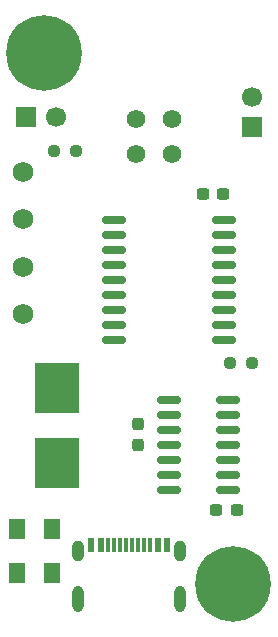
<source format=gts>
G04 #@! TF.GenerationSoftware,KiCad,Pcbnew,9.0.7*
G04 #@! TF.CreationDate,2026-02-04T21:54:15-05:00*
G04 #@! TF.ProjectId,usbdbg,75736264-6267-42e6-9b69-6361645f7063,rev?*
G04 #@! TF.SameCoordinates,Original*
G04 #@! TF.FileFunction,Soldermask,Top*
G04 #@! TF.FilePolarity,Negative*
%FSLAX46Y46*%
G04 Gerber Fmt 4.6, Leading zero omitted, Abs format (unit mm)*
G04 Created by KiCad (PCBNEW 9.0.7) date 2026-02-04 21:54:15*
%MOMM*%
%LPD*%
G01*
G04 APERTURE LIST*
G04 Aperture macros list*
%AMRoundRect*
0 Rectangle with rounded corners*
0 $1 Rounding radius*
0 $2 $3 $4 $5 $6 $7 $8 $9 X,Y pos of 4 corners*
0 Add a 4 corners polygon primitive as box body*
4,1,4,$2,$3,$4,$5,$6,$7,$8,$9,$2,$3,0*
0 Add four circle primitives for the rounded corners*
1,1,$1+$1,$2,$3*
1,1,$1+$1,$4,$5*
1,1,$1+$1,$6,$7*
1,1,$1+$1,$8,$9*
0 Add four rect primitives between the rounded corners*
20,1,$1+$1,$2,$3,$4,$5,0*
20,1,$1+$1,$4,$5,$6,$7,0*
20,1,$1+$1,$6,$7,$8,$9,0*
20,1,$1+$1,$8,$9,$2,$3,0*%
G04 Aperture macros list end*
%ADD10RoundRect,0.237500X0.237500X-0.300000X0.237500X0.300000X-0.237500X0.300000X-0.237500X-0.300000X0*%
%ADD11C,1.734000*%
%ADD12C,0.800000*%
%ADD13C,6.400000*%
%ADD14RoundRect,0.237500X0.250000X0.237500X-0.250000X0.237500X-0.250000X-0.237500X0.250000X-0.237500X0*%
%ADD15RoundRect,0.150000X-0.875000X-0.150000X0.875000X-0.150000X0.875000X0.150000X-0.875000X0.150000X0*%
%ADD16RoundRect,0.150000X0.825000X0.150000X-0.825000X0.150000X-0.825000X-0.150000X0.825000X-0.150000X0*%
%ADD17R,1.700000X1.700000*%
%ADD18C,1.700000*%
%ADD19O,0.990600X1.803400*%
%ADD20O,0.990600X2.209800*%
%ADD21R,0.609600X1.143000*%
%ADD22R,0.304800X1.143000*%
%ADD23RoundRect,0.237500X0.300000X0.237500X-0.300000X0.237500X-0.300000X-0.237500X0.300000X-0.237500X0*%
%ADD24RoundRect,0.250001X0.462499X0.624999X-0.462499X0.624999X-0.462499X-0.624999X0.462499X-0.624999X0*%
%ADD25R,3.810000X4.241800*%
%ADD26RoundRect,0.237500X-0.250000X-0.237500X0.250000X-0.237500X0.250000X0.237500X-0.250000X0.237500X0*%
%ADD27C,1.574800*%
G04 APERTURE END LIST*
D10*
G04 #@! TO.C,C2*
X186350000Y-61862500D03*
X186350000Y-60137500D03*
G04 #@! TD*
D11*
G04 #@! TO.C,GND*
X176600000Y-38775000D03*
G04 #@! TD*
D12*
G04 #@! TO.C,H1*
X176050000Y-28650000D03*
X176752944Y-26952944D03*
X176752944Y-30347056D03*
X178450000Y-26250000D03*
D13*
X178450000Y-28650000D03*
D12*
X178450000Y-31050000D03*
X180147056Y-26952944D03*
X180147056Y-30347056D03*
X180850000Y-28650000D03*
G04 #@! TD*
D14*
G04 #@! TO.C,R3*
X195997302Y-54907807D03*
X194172302Y-54907807D03*
G04 #@! TD*
D15*
G04 #@! TO.C,U2*
X184375000Y-42845000D03*
X184375000Y-44115000D03*
X184375000Y-45385000D03*
X184375000Y-46655000D03*
X184375000Y-47925000D03*
X184375000Y-49195000D03*
X184375000Y-50465000D03*
X184375000Y-51735000D03*
X184375000Y-53005000D03*
X193675000Y-53005000D03*
X193675000Y-51735000D03*
X193675000Y-50465000D03*
X193675000Y-49195000D03*
X193675000Y-47925000D03*
X193675000Y-46655000D03*
X193675000Y-45385000D03*
X193675000Y-44115000D03*
X193675000Y-42845000D03*
G04 #@! TD*
D16*
G04 #@! TO.C,U1*
X193975000Y-65724900D03*
X193975000Y-64454900D03*
X193975000Y-63184900D03*
X193975000Y-61914900D03*
X193975000Y-60644900D03*
X193975000Y-59374900D03*
X193975000Y-58104900D03*
X189025000Y-58104900D03*
X189025000Y-59374900D03*
X189025000Y-60644900D03*
X189025000Y-61914900D03*
X189025000Y-63184900D03*
X189025000Y-64454900D03*
X189025000Y-65724900D03*
G04 #@! TD*
D17*
G04 #@! TO.C,PWR*
X196037200Y-34975800D03*
D18*
X196037200Y-32435800D03*
G04 #@! TD*
D11*
G04 #@! TO.C,5V*
X176600000Y-50775000D03*
G04 #@! TD*
D19*
G04 #@! TO.C,J4*
X181305000Y-70895050D03*
D20*
X181305000Y-74895051D03*
D19*
X189945000Y-70895050D03*
D20*
X189945000Y-74895051D03*
D21*
X182424999Y-70320051D03*
X183225000Y-70320051D03*
D22*
X184375000Y-70320051D03*
X185375000Y-70320051D03*
X185875000Y-70320051D03*
X186875000Y-70320051D03*
D21*
X188025000Y-70320051D03*
X188824999Y-70320051D03*
D22*
X187375060Y-70320051D03*
X186375059Y-70320051D03*
X184875060Y-70320051D03*
X183875059Y-70320051D03*
G04 #@! TD*
D23*
G04 #@! TO.C,C3*
X193597700Y-40650000D03*
X191872700Y-40650000D03*
G04 #@! TD*
D24*
G04 #@! TO.C,D2*
X179087500Y-72725000D03*
X176112500Y-72725000D03*
G04 #@! TD*
G04 #@! TO.C,D1*
X179087500Y-68950000D03*
X176112500Y-68950000D03*
G04 #@! TD*
D23*
G04 #@! TO.C,C1*
X194716400Y-67411600D03*
X192991400Y-67411600D03*
G04 #@! TD*
D12*
G04 #@! TO.C,H2*
X192050001Y-73650001D03*
X192752945Y-71952945D03*
X192752945Y-75347057D03*
X194450001Y-71250001D03*
D13*
X194450001Y-73650001D03*
D12*
X194450001Y-76050001D03*
X196147057Y-71952945D03*
X196147057Y-75347057D03*
X196850001Y-73650001D03*
G04 #@! TD*
D17*
G04 #@! TO.C,TERM*
X176855529Y-34128245D03*
D18*
X179395529Y-34128245D03*
G04 #@! TD*
D11*
G04 #@! TO.C,CANH*
X176600000Y-42775000D03*
G04 #@! TD*
G04 #@! TO.C,CANL*
X176600000Y-46775000D03*
G04 #@! TD*
D25*
G04 #@! TO.C,F1*
X179500000Y-57062300D03*
X179500000Y-63437700D03*
G04 #@! TD*
D26*
G04 #@! TO.C,R5*
X179300500Y-36975000D03*
X181125500Y-36975000D03*
G04 #@! TD*
D27*
G04 #@! TO.C,J3*
X186225000Y-34250000D03*
X189224999Y-34250000D03*
X186225000Y-37249999D03*
X189224999Y-37249999D03*
G04 #@! TD*
M02*

</source>
